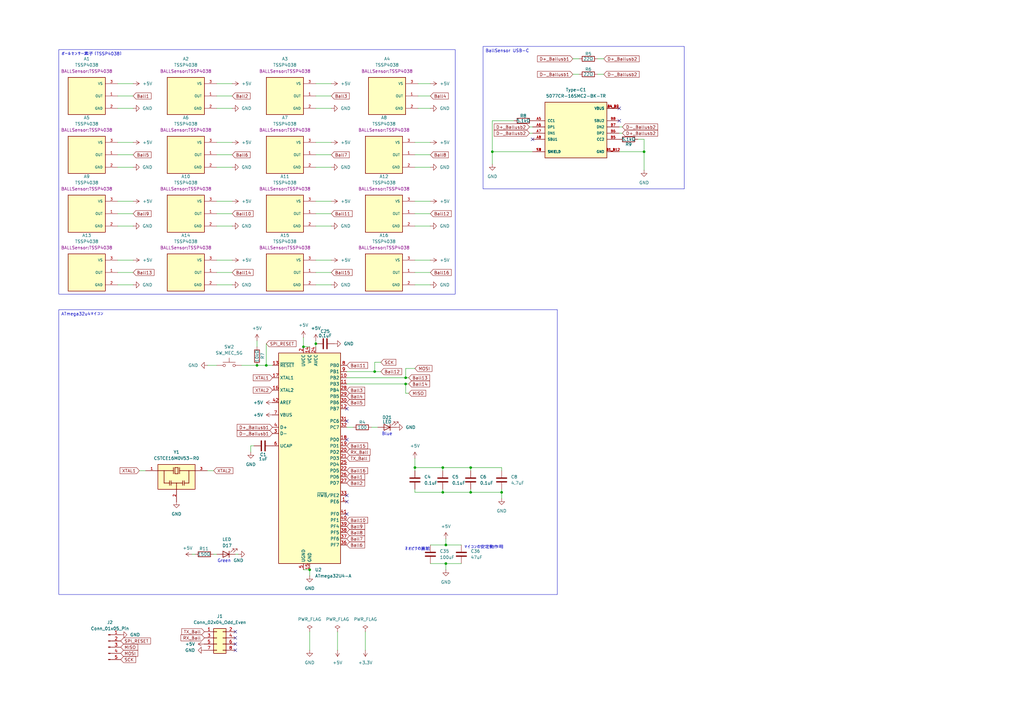
<source format=kicad_sch>
(kicad_sch (version 20250114) (generator "eeschema") (generator_version "9.0")
  (paper "A3")
  (text "Green" (at 91.948 230.124 0) (effects (font (size 1.27 1.27))))
  (text "ネオピクの直前" (at 171.196 225.298 0) (effects (font (size 1.27 1.27))))
  (text "Blue" (at 158.75 178.054 0) (effects (font (size 1.27 1.27))))
  (text "マイコンの安定動作用" (at 198.374 224.536 0) (effects (font (size 1.27 1.27))))
  (text_box "ATmega32u4マイコン" (at 24.13 127 0) (size 204.47 116.84) (margins 0.9525 0.9525 0.9525 0.9525) (effects (font (size 1.27 1.27)) (justify left top)))
  (text_box "BallSensor USB-C" (at 198.12 19.05 0) (size 82.55 58.42) (margins 0.9525 0.9525 0.9525 0.9525) (effects (font (size 1.27 1.27)) (justify left top)))
  (text_box "ボールセンサー素子（TSSP4038）" (at 24.13 20.32 0) (size 162.56 100.33) (margins 0.9525 0.9525 0.9525 0.9525) (effects (font (size 1.27 1.27)) (justify left top)))
  (junction (at 201.93 62.23))
  (junction (at 166.37 154.94))
  (junction (at 127 233.68))
  (junction (at 193.04 201.93))
  (junction (at 166.37 157.48))
  (junction (at 181.61 191.77))
  (junction (at 129.54 140.97))
  (junction (at 181.61 201.93))
  (junction (at 193.04 191.77))
  (junction (at 109.22 149.86))
  (junction (at 205.74 201.93))
  (junction (at 182.88 223.52))
  (junction (at 153.67 152.4))
  (junction (at 124.46 142.24))
  (junction (at 264.16 62.23))
  (junction (at 170.18 191.77))
  (junction (at 105.41 149.86))
  (junction (at 182.88 231.14))
  (no_connect (at 96.52 259.08))
  (no_connect (at 96.52 266.7))
  (no_connect (at 142.24 210.82))
  (no_connect (at 96.52 264.16))
  (no_connect (at 254 49.53))
  (no_connect (at 142.24 167.64))
  (no_connect (at 218.44 57.15))
  (no_connect (at 96.52 261.62))
  (no_connect (at 142.24 203.2))
  (no_connect (at 142.24 205.74))
  (no_connect (at 142.24 172.72))
  (no_connect (at 142.24 180.34))
  (no_connect (at 254 44.45))
  (wire (pts (xy 129.54 58.42) (xy 135.89 58.42)))
  (wire (pts (xy 48.26 58.42) (xy 54.61 58.42)))
  (wire (pts (xy 170.18 191.77) (xy 170.18 193.04)))
  (wire (pts (xy 48.26 68.58) (xy 54.61 68.58)))
  (wire (pts (xy 167.64 157.48) (xy 166.37 157.48)))
  (wire (pts (xy 129.54 39.37) (xy 135.89 39.37)))
  (wire (pts (xy 170.18 201.93) (xy 170.18 200.66)))
  (wire (pts (xy 129.54 34.29) (xy 135.89 34.29)))
  (wire (pts (xy 170.18 58.42) (xy 176.53 58.42)))
  (wire (pts (xy 264.16 57.15) (xy 264.16 62.23)))
  (wire (pts (xy 193.04 201.93) (xy 205.74 201.93)))
  (wire (pts (xy 153.67 152.4) (xy 156.21 152.4)))
  (wire (pts (xy 166.37 151.13) (xy 166.37 154.94)))
  (wire (pts (xy 171.45 34.29) (xy 176.53 34.29)))
  (wire (pts (xy 138.43 259.08) (xy 138.43 266.7)))
  (wire (pts (xy 201.93 62.23) (xy 201.93 67.31)))
  (wire (pts (xy 261.62 57.15) (xy 264.16 57.15)))
  (wire (pts (xy 88.9 149.86) (xy 85.09 149.86)))
  (wire (pts (xy 129.54 111.76) (xy 135.89 111.76)))
  (wire (pts (xy 170.18 87.63) (xy 176.53 87.63)))
  (wire (pts (xy 255.27 54.61) (xy 254 54.61)))
  (wire (pts (xy 170.18 82.55) (xy 176.53 82.55)))
  (wire (pts (xy 170.18 92.71) (xy 176.53 92.71)))
  (wire (pts (xy 105.41 149.86) (xy 109.22 149.86)))
  (wire (pts (xy 48.26 87.63) (xy 54.61 87.63)))
  (wire (pts (xy 170.18 106.68) (xy 176.53 106.68)))
  (wire (pts (xy 182.88 231.14) (xy 189.23 231.14)))
  (wire (pts (xy 149.86 259.08) (xy 149.86 266.7)))
  (wire (pts (xy 88.9 111.76) (xy 95.25 111.76)))
  (wire (pts (xy 142.24 175.26) (xy 144.78 175.26)))
  (wire (pts (xy 129.54 92.71) (xy 135.89 92.71)))
  (wire (pts (xy 48.26 111.76) (xy 54.61 111.76)))
  (wire (pts (xy 170.18 68.58) (xy 176.53 68.58)))
  (wire (pts (xy 171.45 39.37) (xy 176.53 39.37)))
  (wire (pts (xy 205.74 204.47) (xy 205.74 201.93)))
  (wire (pts (xy 167.64 154.94) (xy 166.37 154.94)))
  (wire (pts (xy 182.88 220.98) (xy 182.88 223.52)))
  (wire (pts (xy 88.9 106.68) (xy 95.25 106.68)))
  (wire (pts (xy 88.9 116.84) (xy 95.25 116.84)))
  (wire (pts (xy 129.54 44.45) (xy 135.89 44.45)))
  (wire (pts (xy 48.26 116.84) (xy 54.61 116.84)))
  (wire (pts (xy 99.06 149.86) (xy 105.41 149.86)))
  (wire (pts (xy 88.9 82.55) (xy 95.25 82.55)))
  (wire (pts (xy 205.74 201.93) (xy 205.74 200.66)))
  (wire (pts (xy 181.61 201.93) (xy 181.61 200.66)))
  (wire (pts (xy 193.04 191.77) (xy 205.74 191.77)))
  (wire (pts (xy 48.26 106.68) (xy 54.61 106.68)))
  (wire (pts (xy 193.04 201.93) (xy 193.04 200.66)))
  (wire (pts (xy 152.4 175.26) (xy 154.94 175.26)))
  (wire (pts (xy 129.54 116.84) (xy 135.89 116.84)))
  (wire (pts (xy 176.53 223.52) (xy 182.88 223.52)))
  (wire (pts (xy 234.95 24.13) (xy 237.49 24.13)))
  (wire (pts (xy 88.9 68.58) (xy 95.25 68.58)))
  (wire (pts (xy 88.9 34.29) (xy 95.25 34.29)))
  (wire (pts (xy 170.18 111.76) (xy 176.53 111.76)))
  (wire (pts (xy 245.11 30.48) (xy 247.65 30.48)))
  (wire (pts (xy 48.26 34.29) (xy 54.61 34.29)))
  (wire (pts (xy 88.9 63.5) (xy 95.25 63.5)))
  (wire (pts (xy 48.26 92.71) (xy 54.61 92.71)))
  (wire (pts (xy 182.88 223.52) (xy 189.23 223.52)))
  (wire (pts (xy 234.95 30.48) (xy 237.49 30.48)))
  (wire (pts (xy 129.54 140.97) (xy 129.54 142.24)))
  (wire (pts (xy 87.63 193.04) (xy 85.09 193.04)))
  (wire (pts (xy 129.54 63.5) (xy 135.89 63.5)))
  (wire (pts (xy 109.22 149.86) (xy 111.76 149.86)))
  (wire (pts (xy 264.16 62.23) (xy 264.16 69.85)))
  (wire (pts (xy 78.74 227.33) (xy 80.01 227.33)))
  (wire (pts (xy 247.65 24.13) (xy 245.11 24.13)))
  (wire (pts (xy 181.61 201.93) (xy 193.04 201.93)))
  (wire (pts (xy 124.46 233.68) (xy 127 233.68)))
  (wire (pts (xy 181.61 191.77) (xy 193.04 191.77)))
  (wire (pts (xy 105.41 139.7) (xy 105.41 142.24)))
  (wire (pts (xy 167.64 161.29) (xy 166.37 161.29)))
  (wire (pts (xy 88.9 87.63) (xy 95.25 87.63)))
  (wire (pts (xy 153.67 148.59) (xy 153.67 152.4)))
  (wire (pts (xy 124.46 138.43) (xy 124.46 142.24)))
  (wire (pts (xy 193.04 191.77) (xy 193.04 193.04)))
  (wire (pts (xy 102.87 182.88) (xy 104.14 182.88)))
  (wire (pts (xy 217.17 52.07) (xy 218.44 52.07)))
  (wire (pts (xy 176.53 231.14) (xy 182.88 231.14)))
  (wire (pts (xy 88.9 44.45) (xy 95.25 44.45)))
  (wire (pts (xy 127 259.08) (xy 127 266.7)))
  (wire (pts (xy 129.54 139.7) (xy 129.54 140.97)))
  (wire (pts (xy 170.18 201.93) (xy 181.61 201.93)))
  (wire (pts (xy 88.9 58.42) (xy 95.25 58.42)))
  (wire (pts (xy 87.63 227.33) (xy 88.9 227.33)))
  (wire (pts (xy 166.37 157.48) (xy 142.24 157.48)))
  (wire (pts (xy 129.54 106.68) (xy 135.89 106.68)))
  (wire (pts (xy 217.17 54.61) (xy 218.44 54.61)))
  (wire (pts (xy 129.54 82.55) (xy 135.89 82.55)))
  (wire (pts (xy 166.37 154.94) (xy 142.24 154.94)))
  (wire (pts (xy 48.26 39.37) (xy 54.61 39.37)))
  (wire (pts (xy 205.74 191.77) (xy 205.74 193.04)))
  (wire (pts (xy 88.9 39.37) (xy 95.25 39.37)))
  (wire (pts (xy 171.45 44.45) (xy 176.53 44.45)))
  (wire (pts (xy 109.22 140.97) (xy 109.22 149.86)))
  (wire (pts (xy 170.18 151.13) (xy 166.37 151.13)))
  (wire (pts (xy 48.26 63.5) (xy 54.61 63.5)))
  (wire (pts (xy 156.21 148.59) (xy 153.67 148.59)))
  (wire (pts (xy 182.88 231.14) (xy 182.88 233.68)))
  (wire (pts (xy 88.9 92.71) (xy 95.25 92.71)))
  (wire (pts (xy 48.26 82.55) (xy 54.61 82.55)))
  (wire (pts (xy 129.54 68.58) (xy 135.89 68.58)))
  (wire (pts (xy 142.24 152.4) (xy 153.67 152.4)))
  (wire (pts (xy 102.87 182.88) (xy 102.87 185.42)))
  (wire (pts (xy 170.18 191.77) (xy 181.61 191.77)))
  (wire (pts (xy 254 52.07) (xy 255.27 52.07)))
  (wire (pts (xy 254 62.23) (xy 264.16 62.23)))
  (wire (pts (xy 166.37 161.29) (xy 166.37 157.48)))
  (wire (pts (xy 181.61 191.77) (xy 181.61 193.04)))
  (wire (pts (xy 201.93 49.53) (xy 210.82 49.53)))
  (wire (pts (xy 201.93 62.23) (xy 218.44 62.23)))
  (wire (pts (xy 57.15 193.04) (xy 59.69 193.04)))
  (wire (pts (xy 170.18 116.84) (xy 176.53 116.84)))
  (wire (pts (xy 48.26 44.45) (xy 54.61 44.45)))
  (wire (pts (xy 96.52 227.33) (xy 97.79 227.33)))
  (wire (pts (xy 129.54 87.63) (xy 135.89 87.63)))
  (wire (pts (xy 124.46 142.24) (xy 127 142.24)))
  (wire (pts (xy 201.93 49.53) (xy 201.93 62.23)))
  (wire (pts (xy 127 233.68) (xy 127 236.22)))
  (wire (pts (xy 170.18 63.5) (xy 176.53 63.5)))
  (wire (pts (xy 170.18 187.96) (xy 170.18 191.77)))
  (global_label "Ball13" (shape input) (at 167.64 154.94 0) (property "Intersheetrefs" "${INTERSHEET_REFS}" (effects (hide yes))))
  (global_label "Ball11" (shape input) (at 135.89 87.63 0) (property "Intersheetrefs" "${INTERSHEET_REFS}" (effects (hide yes))))
  (global_label "Ball6" (shape input) (at 142.24 223.52 0) (property "Intersheetrefs" "${INTERSHEET_REFS}" (effects (hide yes))))
  (global_label "D-_Ballusb2" (shape input) (at 255.27 52.07 0) (property "Intersheetrefs" "${INTERSHEET_REFS}" (effects (hide yes))))
  (global_label "MISO" (shape input) (at 167.64 161.29 0) (property "Intersheetrefs" "${INTERSHEET_REFS}" (effects (hide yes))))
  (global_label "Ball1" (shape input) (at 54.61 39.37 0) (property "Intersheetrefs" "${INTERSHEET_REFS}" (effects (hide yes))))
  (global_label "D-_Ballusb1" (shape input) (at 111.76 177.8 180) (property "Intersheetrefs" "${INTERSHEET_REFS}" (effects (hide yes))))
  (global_label "Ball15" (shape input) (at 142.24 182.88 0) (property "Intersheetrefs" "${INTERSHEET_REFS}" (effects (hide yes))))
  (global_label "Ball12" (shape input) (at 176.53 87.63 0) (property "Intersheetrefs" "${INTERSHEET_REFS}" (effects (hide yes))))
  (global_label "XTAL1" (shape input) (at 57.15 193.04 180) (property "Intersheetrefs" "${INTERSHEET_REFS}" (effects (hide yes))))
  (global_label "Ball6" (shape input) (at 95.25 63.5 0) (property "Intersheetrefs" "${INTERSHEET_REFS}" (effects (hide yes))))
  (global_label "Ball10" (shape input) (at 142.24 213.36 0) (property "Intersheetrefs" "${INTERSHEET_REFS}" (effects (hide yes))))
  (global_label "Ball9" (shape input) (at 54.61 87.63 0) (property "Intersheetrefs" "${INTERSHEET_REFS}" (effects (hide yes))))
  (global_label "Ball11" (shape input) (at 142.24 149.86 0) (property "Intersheetrefs" "${INTERSHEET_REFS}" (effects (hide yes))))
  (global_label "D-_Ballusb1" (shape input) (at 234.95 30.48 180) (property "Intersheetrefs" "${INTERSHEET_REFS}" (effects (hide yes))))
  (global_label "Ball12" (shape input) (at 156.21 152.4 0) (property "Intersheetrefs" "${INTERSHEET_REFS}" (effects (hide yes))))
  (global_label "SCK" (shape input) (at 49.53 270.51 0) (property "Intersheetrefs" "${INTERSHEET_REFS}" (effects (hide yes))))
  (global_label "Ball14" (shape input) (at 95.25 111.76 0) (property "Intersheetrefs" "${INTERSHEET_REFS}" (effects (hide yes))))
  (global_label "RX_Ball" (shape input) (at 142.24 185.42 0) (property "Intersheetrefs" "${INTERSHEET_REFS}" (effects (hide yes))))
  (global_label "Ball16" (shape input) (at 142.24 193.04 0) (property "Intersheetrefs" "${INTERSHEET_REFS}" (effects (hide yes))))
  (global_label "Ball10" (shape input) (at 95.25 87.63 0) (property "Intersheetrefs" "${INTERSHEET_REFS}" (effects (hide yes))))
  (global_label "Ball16" (shape input) (at 176.53 111.76 0) (property "Intersheetrefs" "${INTERSHEET_REFS}" (effects (hide yes))))
  (global_label "Ball8" (shape input) (at 142.24 218.44 0) (property "Intersheetrefs" "${INTERSHEET_REFS}" (effects (hide yes))))
  (global_label "MOSI" (shape input) (at 170.18 151.13 0) (property "Intersheetrefs" "${INTERSHEET_REFS}" (effects (hide yes))))
  (global_label "MOSI" (shape input) (at 49.53 267.97 0) (property "Intersheetrefs" "${INTERSHEET_REFS}" (effects (hide yes))))
  (global_label "Ball7" (shape input) (at 142.24 220.98 0) (property "Intersheetrefs" "${INTERSHEET_REFS}" (effects (hide yes))))
  (global_label "D-_Ballusb2" (shape input) (at 247.65 30.48 0) (property "Intersheetrefs" "${INTERSHEET_REFS}" (effects (hide yes))))
  (global_label "Ball8" (shape input) (at 176.53 63.5 0) (property "Intersheetrefs" "${INTERSHEET_REFS}" (effects (hide yes))))
  (global_label "Ball2" (shape input) (at 142.24 198.12 0) (property "Intersheetrefs" "${INTERSHEET_REFS}" (effects (hide yes))))
  (global_label "TX_Ball" (shape input) (at 142.24 187.96 0) (property "Intersheetrefs" "${INTERSHEET_REFS}" (effects (hide yes))))
  (global_label "Ball7" (shape input) (at 135.89 63.5 0) (property "Intersheetrefs" "${INTERSHEET_REFS}" (effects (hide yes))))
  (global_label "Ball14" (shape input) (at 167.64 157.48 0) (property "Intersheetrefs" "${INTERSHEET_REFS}" (effects (hide yes))))
  (global_label "Ball2" (shape input) (at 95.25 39.37 0) (property "Intersheetrefs" "${INTERSHEET_REFS}" (effects (hide yes))))
  (global_label "SPI_RESET" (shape input) (at 109.22 140.97 0) (property "Intersheetrefs" "${INTERSHEET_REFS}" (effects (hide yes))))
  (global_label "XTAL2" (shape input) (at 111.76 160.02 180) (property "Intersheetrefs" "${INTERSHEET_REFS}" (effects (hide yes))))
  (global_label "D+_Ballusb2" (shape input) (at 247.65 24.13 0) (property "Intersheetrefs" "${INTERSHEET_REFS}" (effects (hide yes))))
  (global_label "SCK" (shape input) (at 156.21 148.59 0) (property "Intersheetrefs" "${INTERSHEET_REFS}" (effects (hide yes))))
  (global_label "Ball5" (shape input) (at 142.24 165.1 0) (property "Intersheetrefs" "${INTERSHEET_REFS}" (effects (hide yes))))
  (global_label "Ball13" (shape input) (at 54.61 111.76 0) (property "Intersheetrefs" "${INTERSHEET_REFS}" (effects (hide yes))))
  (global_label "D+_Ballusb1" (shape input) (at 234.95 24.13 180) (property "Intersheetrefs" "${INTERSHEET_REFS}" (effects (hide yes))))
  (global_label "D+_Ballusb2" (shape input) (at 255.27 54.61 0) (property "Intersheetrefs" "${INTERSHEET_REFS}" (effects (hide yes))))
  (global_label "Ball3" (shape input) (at 142.24 160.02 0) (property "Intersheetrefs" "${INTERSHEET_REFS}" (effects (hide yes))))
  (global_label "D+_Ballusb1" (shape input) (at 111.76 175.26 180) (property "Intersheetrefs" "${INTERSHEET_REFS}" (effects (hide yes))))
  (global_label "SPI_RESET" (shape input) (at 49.53 262.89 0) (property "Intersheetrefs" "${INTERSHEET_REFS}" (effects (hide yes))))
  (global_label "XTAL1" (shape input) (at 111.76 154.94 180) (property "Intersheetrefs" "${INTERSHEET_REFS}" (effects (hide yes))))
  (global_label "MISO" (shape input) (at 49.53 265.43 0) (property "Intersheetrefs" "${INTERSHEET_REFS}" (effects (hide yes))))
  (global_label "Ball9" (shape input) (at 142.24 215.9 0) (property "Intersheetrefs" "${INTERSHEET_REFS}" (effects (hide yes))))
  (global_label "Ball15" (shape input) (at 135.89 111.76 0) (property "Intersheetrefs" "${INTERSHEET_REFS}" (effects (hide yes))))
  (global_label "Ball4" (shape input) (at 142.24 162.56 0) (property "Intersheetrefs" "${INTERSHEET_REFS}" (effects (hide yes))))
  (global_label "Ball5" (shape input) (at 54.61 63.5 0) (property "Intersheetrefs" "${INTERSHEET_REFS}" (effects (hide yes))))
  (global_label "Ball1" (shape input) (at 142.24 195.58 0) (property "Intersheetrefs" "${INTERSHEET_REFS}" (effects (hide yes))))
  (global_label "D+_Ballusb2" (shape input) (at 217.17 52.07 180) (property "Intersheetrefs" "${INTERSHEET_REFS}" (effects (hide yes))))
  (global_label "Ball4" (shape input) (at 176.53 39.37 0) (property "Intersheetrefs" "${INTERSHEET_REFS}" (effects (hide yes))))
  (global_label "TX_Ball" (shape input) (at 83.82 259.08 180) (property "Intersheetrefs" "${INTERSHEET_REFS}" (effects (hide yes))))
  (global_label "Ball3" (shape input) (at 135.89 39.37 0) (property "Intersheetrefs" "${INTERSHEET_REFS}" (effects (hide yes))))
  (global_label "RX_Ball" (shape input) (at 83.82 261.62 180) (property "Intersheetrefs" "${INTERSHEET_REFS}" (effects (hide yes))))
  (global_label "D-_Ballusb2" (shape input) (at 217.17 54.61 180) (property "Intersheetrefs" "${INTERSHEET_REFS}" (effects (hide yes))))
  (global_label "XTAL2" (shape input) (at 87.63 193.04 0) (property "Intersheetrefs" "${INTERSHEET_REFS}" (effects (hide yes))))
  (symbol (lib_id "Switch:SW_MEC_5G") (at 93.98 149.86 0) (unit 1)
    (property "Reference" "SW2" (at 93.98 142.24 0))
    (property "Value" "SW_MEC_5G" (at 93.98 144.78 0))
    (property "Footprint" "Button:Reset switch" (effects (hide yes)))
    (property "Datasheet" "http://www.apem.com/int/index.php?controller=attachment&id_attachment=488" (effects (hide yes)))
    (property "Description" "MEC 5G single pole normally-open tactile switch" (effects (hide yes)))
  )
  (symbol (lib_id "power:GND") (at 176.53 44.45 90) (unit 1)
    (property "Reference" "#PWR08" (effects (hide yes)))
    (property "Value" "GND" (at 180.34 44.4499 90) (effects (justify right)))
    (property "Description" "Power symbol creates a global label with name \"GND\" , ground" (effects (hide yes)))
  )
  (symbol (lib_id "power:+5V") (at 111.76 170.18 90) (unit 1)
    (property "Reference" "#PWR090" (effects (hide yes)))
    (property "Value" "+5V" (at 107.95 170.1799 90) (effects (justify left)))
    (property "Description" "Power symbol creates a global label with name \"+5V\"" (effects (hide yes)))
  )
  (symbol (lib_id "power:+5V") (at 176.53 34.29 270) (unit 1)
    (property "Reference" "#PWR07" (effects (hide yes)))
    (property "Value" "+5V" (at 180.34 34.2899 90) (effects (justify left)))
    (property "Description" "Power symbol creates a global label with name \"+5V\"" (effects (hide yes)))
  )
  (symbol (lib_id "power:GND") (at 95.25 116.84 90) (unit 1)
    (property "Reference" "#PWR024" (effects (hide yes)))
    (property "Value" "GND" (at 99.06 116.8399 90) (effects (justify right)))
    (property "Description" "Power symbol creates a global label with name \"GND\" , ground" (effects (hide yes)))
  )
  (symbol (lib_name "TSSP4038_1") (lib_id "BALLSensor:TSSP4038") (at 116.84 111.76 0) (unit 1)
    (property "Reference" "A15" (at 116.84 96.52 0))
    (property "Value" "TSSP4038" (at 116.84 99.06 0))
    (property "Footprint" "BALLSensor:TSSP4038" (at 116.84 101.6 0))
    (property "PARTREV" "2.3" (effects (hide yes)))
    (property "STANDARD" "IPC 7351B" (effects (hide yes)))
    (property "MAXIMUM_PACKAGE_HEIGHT" "10.25 mm" (effects (hide yes)))
    (property "MANUFACTURER" "Vishay" (effects (hide yes)))
  )
  (symbol (lib_id "power:+5V") (at 54.61 106.68 270) (unit 1)
    (property "Reference" "#PWR019" (effects (hide yes)))
    (property "Value" "+5V" (at 58.42 106.6799 90) (effects (justify left)))
    (property "Description" "Power symbol creates a global label with name \"+5V\"" (effects (hide yes)))
  )
  (symbol (lib_id "power:GND") (at 176.53 68.58 90) (unit 1)
    (property "Reference" "#PWR016" (effects (hide yes)))
    (property "Value" "GND" (at 180.34 68.5799 90) (effects (justify right)))
    (property "Description" "Power symbol creates a global label with name \"GND\" , ground" (effects (hide yes)))
  )
  (symbol (lib_id "power:+5V") (at 78.74 227.33 90) (unit 1)
    (property "Reference" "#PWR055" (effects (hide yes)))
    (property "Value" "+5V" (at 76.962 224.79 90))
    (property "Description" "Power symbol creates a global label with name \"+5V\"" (effects (hide yes)))
  )
  (symbol (lib_id "power:+5V") (at 176.53 58.42 270) (unit 1)
    (property "Reference" "#PWR015" (effects (hide yes)))
    (property "Value" "+5V" (at 180.34 58.4199 90) (effects (justify left)))
    (property "Description" "Power symbol creates a global label with name \"+5V\"" (effects (hide yes)))
  )
  (symbol (lib_id "power:GND") (at 72.39 205.74 0) (unit 1)
    (property "Reference" "#PWR041" (effects (hide yes)))
    (property "Value" "GND" (at 72.39 210.82 0))
    (property "Description" "Power symbol creates a global label with name \"GND\" , ground" (effects (hide yes)))
  )
  (symbol (lib_id "Connector_Generic:Conn_02x04_Odd_Even") (at 88.9 261.62 0) (unit 1)
    (property "Reference" "J1" (at 90.17 252.73 0))
    (property "Value" "Conn_02x04_Odd_Even" (at 90.17 255.27 0))
    (property "Footprint" "Connector_PinHeader_2.54mm:PinHeader_2x04_P2.54mm_Vertical" (effects (hide yes)))
    (property "Description" "Generic connector, double row, 02x04, odd/even pin numbering scheme (row 1 odd numbers, row 2 even numbers), script generated (kicad-library-utils/schlib/autogen/connector/)" (effects (hide yes)))
  )
  (symbol (lib_id "power:GND") (at 135.89 44.45 90) (unit 1)
    (property "Reference" "#PWR06" (effects (hide yes)))
    (property "Value" "GND" (at 139.7 44.4499 90) (effects (justify right)))
    (property "Description" "Power symbol creates a global label with name \"GND\" , ground" (effects (hide yes)))
  )
  (symbol (lib_id "Type-C:5077CR-16SMC2-BK-TR") (at 236.22 52.07 0) (unit 1)
    (property "Reference" "Type-C1" (at 236.22 36.83 0))
    (property "Value" "5077CR-16SMC2-BK-TR" (at 236.22 39.37 0))
    (property "Footprint" "Type-C:NELTRON_5077CR-16SMC2-BK-TR" (effects (hide yes)))
    (property "MF" "Neltron" (effects (hide yes)))
    (property "MAXIMUM_PACKAGE_HEIGHT" "3.26mm" (effects (hide yes)))
    (property "Package" "Package" (effects (hide yes)))
    (property "Price" "None" (effects (hide yes)))
    (property "Check_prices" "https://www.snapeda.com/parts/5077CR-16SMC2-BK-TR/Neltron/view-part/?ref=eda" (effects (hide yes)))
    (property "STANDARD" "Manufacturer Recommendations" (effects (hide yes)))
    (property "PARTREV" "B" (effects (hide yes)))
    (property "SnapEDA_Link" "https://www.snapeda.com/parts/5077CR-16SMC2-BK-TR/Neltron/view-part/?ref=snap" (effects (hide yes)))
    (property "MP" "5077CR-16SMC2-BK-TR" (effects (hide yes)))
    (property "Description_1" "\n                        \n                            USB 3.1 C Type Female with Peg\n                        \n" (effects (hide yes)))
    (property "MANUFACTURER" "Neltron" (effects (hide yes)))
    (property "Availability" "Not in stock" (effects (hide yes)))
    (property "SNAPEDA_PN" "5077CR-16SMC2-BK-TR" (effects (hide yes)))
  )
  (symbol (lib_id "power:PWR_FLAG") (at 138.43 259.08 0) (unit 1)
    (property "Reference" "#FLG02" (effects (hide yes)))
    (property "Value" "PWR_FLAG" (at 138.43 254 0))
    (property "Description" "Special symbol for telling ERC where power comes from" (effects (hide yes)))
  )
  (symbol (lib_id "power:GND") (at 205.74 204.47 0) (unit 1)
    (property "Reference" "#PWR043" (effects (hide yes)))
    (property "Value" "GND" (at 205.74 209.55 0))
    (property "Description" "Power symbol creates a global label with name \"GND\" , ground" (effects (hide yes)))
  )
  (symbol (lib_id "MCU_Microchip_ATmega:ATmega32U4-A") (at 127 187.96 0) (unit 1)
    (property "Reference" "U2" (at 129.1941 233.68 0) (effects (justify left)))
    (property "Value" "ATmega32U4-A" (at 129.1941 236.22 0) (effects (justify left)))
    (property "Footprint" "Package_QFP:TQFP-44_10x10mm_P0.8mm" (effects (hide yes)))
    (property "Datasheet" "http://ww1.microchip.com/downloads/en/DeviceDoc/Atmel-7766-8-bit-AVR-ATmega16U4-32U4_Datasheet.pdf" (effects (hide yes)))
    (property "Description" "16MHz, 32kB Flash, 2.5kB SRAM, 1kB EEPROM, USB 2.0, TQFP-44" (effects (hide yes)))
  )
  (symbol (lib_id "power:+5V") (at 135.89 82.55 270) (unit 1)
    (property "Reference" "#PWR025" (effects (hide yes)))
    (property "Value" "+5V" (at 139.7 82.5499 90) (effects (justify left)))
    (property "Description" "Power symbol creates a global label with name \"+5V\"" (effects (hide yes)))
  )
  (symbol (lib_id "power:+5V") (at 105.41 139.7 0) (unit 1)
    (property "Reference" "#PWR040" (effects (hide yes)))
    (property "Value" "+5V" (at 105.41 134.62 0))
    (property "Description" "Power symbol creates a global label with name \"+5V\"" (effects (hide yes)))
  )
  (symbol (lib_id "power:+3.3V") (at 149.86 266.7 180) (unit 1)
    (property "Reference" "#PWR048" (effects (hide yes)))
    (property "Value" "+3.3V" (at 149.86 271.78 0))
    (property "Description" "Power symbol creates a global label with name \"+3.3V\"" (effects (hide yes)))
  )
  (symbol (lib_id "power:+5V") (at 124.46 138.43 0) (unit 1)
    (property "Reference" "#PWR039" (effects (hide yes)))
    (property "Value" "+5V" (at 124.46 133.35 0))
    (property "Description" "Power symbol creates a global label with name \"+5V\"" (effects (hide yes)))
  )
  (symbol (lib_id "power:+5V") (at 83.82 264.16 90) (unit 1)
    (property "Reference" "#PWR035" (effects (hide yes)))
    (property "Value" "+5V" (at 80.01 264.1599 90) (effects (justify left)))
    (property "Description" "Power symbol creates a global label with name \"+5V\"" (effects (hide yes)))
  )
  (symbol (lib_id "power:GND") (at 182.88 233.68 0) (unit 1)
    (property "Reference" "#PWR0146" (effects (hide yes)))
    (property "Value" "GND" (at 182.88 238.76 0))
    (property "Description" "Power symbol creates a global label with name \"GND\" , ground" (effects (hide yes)))
  )
  (symbol (lib_id "power:GND") (at 83.82 266.7 270) (unit 1)
    (property "Reference" "#PWR036" (effects (hide yes)))
    (property "Value" "GND" (at 80.01 266.6999 90) (effects (justify right)))
    (property "Description" "Power symbol creates a global label with name \"GND\" , ground" (effects (hide yes)))
  )
  (symbol (lib_name "TSSP4038_1") (lib_id "BALLSensor:TSSP4038") (at 157.48 111.76 0) (unit 1)
    (property "Reference" "A16" (at 157.48 96.52 0))
    (property "Value" "TSSP4038" (at 157.48 99.06 0))
    (property "Footprint" "BALLSensor:TSSP4038" (at 157.48 101.6 0))
    (property "PARTREV" "2.3" (effects (hide yes)))
    (property "STANDARD" "IPC 7351B" (effects (hide yes)))
    (property "MAXIMUM_PACKAGE_HEIGHT" "10.25 mm" (effects (hide yes)))
    (property "MANUFACTURER" "Vishay" (effects (hide yes)))
  )
  (symbol (lib_id "power:PWR_FLAG") (at 149.86 259.08 0) (unit 1)
    (property "Reference" "#FLG03" (effects (hide yes)))
    (property "Value" "PWR_FLAG" (at 149.86 254 0))
    (property "Description" "Special symbol for telling ERC where power comes from" (effects (hide yes)))
  )
  (symbol (lib_name "TSSP4038_1") (lib_id "BALLSensor:TSSP4038") (at 116.84 87.63 0) (unit 1)
    (property "Reference" "A11" (at 116.84 72.39 0))
    (property "Value" "TSSP4038" (at 116.84 74.93 0))
    (property "Footprint" "BALLSensor:TSSP4038" (at 116.84 77.47 0))
    (property "PARTREV" "2.3" (effects (hide yes)))
    (property "STANDARD" "IPC 7351B" (effects (hide yes)))
    (property "MAXIMUM_PACKAGE_HEIGHT" "10.25 mm" (effects (hide yes)))
    (property "MANUFACTURER" "Vishay" (effects (hide yes)))
  )
  (symbol (lib_id "Device:C") (at 170.18 196.85 180) (unit 1)
    (property "Reference" "C4" (at 173.99 195.5799 0) (effects (justify right)))
    (property "Value" "0.1uF" (at 173.99 198.1199 0) (effects (justify right)))
    (property "Footprint" "Capacitor_SMD:C_0603_1608Metric" (effects (hide yes)))
    (property "Description" "Unpolarized capacitor" (effects (hide yes)))
  )
  (symbol (lib_id "power:GND") (at 162.56 175.26 90) (unit 1)
    (property "Reference" "#PWR0142" (effects (hide yes)))
    (property "Value" "GND" (at 166.37 175.2599 90) (effects (justify right)))
    (property "Description" "Power symbol creates a global label with name \"GND\" , ground" (effects (hide yes)))
  )
  (symbol (lib_id "power:+5V") (at 170.18 187.96 0) (unit 1)
    (property "Reference" "#PWR042" (effects (hide yes)))
    (property "Value" "+5V" (at 170.18 182.88 0))
    (property "Description" "Power symbol creates a global label with name \"+5V\"" (effects (hide yes)))
  )
  (symbol (lib_id "power:GND") (at 95.25 68.58 90) (unit 1)
    (property "Reference" "#PWR012" (effects (hide yes)))
    (property "Value" "GND" (at 99.06 68.5799 90) (effects (justify right)))
    (property "Description" "Power symbol creates a global label with name \"GND\" , ground" (effects (hide yes)))
  )
  (symbol (lib_id "power:GND") (at 85.09 149.86 270) (unit 1)
    (property "Reference" "#PWR054" (effects (hide yes)))
    (property "Value" "GND" (at 81.28 149.8601 90) (effects (justify right)))
    (property "Description" "Power symbol creates a global label with name \"GND\" , ground" (effects (hide yes)))
  )
  (symbol (lib_id "power:GND") (at 127 266.7 0) (unit 1)
    (property "Reference" "#PWR034" (effects (hide yes)))
    (property "Value" "GND" (at 127 271.78 0))
    (property "Description" "Power symbol creates a global label with name \"GND\" , ground" (effects (hide yes)))
  )
  (symbol (lib_id "power:GND") (at 95.25 44.45 90) (unit 1)
    (property "Reference" "#PWR04" (effects (hide yes)))
    (property "Value" "GND" (at 99.06 44.4499 90) (effects (justify right)))
    (property "Description" "Power symbol creates a global label with name \"GND\" , ground" (effects (hide yes)))
  )
  (symbol (lib_id "power:+5V") (at 95.25 58.42 270) (unit 1)
    (property "Reference" "#PWR011" (effects (hide yes)))
    (property "Value" "+5V" (at 99.06 58.4199 90) (effects (justify left)))
    (property "Description" "Power symbol creates a global label with name \"+5V\"" (effects (hide yes)))
  )
  (symbol (lib_name "TSSP4038_1") (lib_id "BALLSensor:TSSP4038") (at 157.48 63.5 0) (unit 1)
    (property "Reference" "A8" (at 157.48 48.26 0))
    (property "Value" "TSSP4038" (at 157.48 50.8 0))
    (property "Footprint" "BALLSensor:TSSP4038" (at 157.48 53.34 0))
    (property "PARTREV" "2.3" (effects (hide yes)))
    (property "STANDARD" "IPC 7351B" (effects (hide yes)))
    (property "MAXIMUM_PACKAGE_HEIGHT" "10.25 mm" (effects (hide yes)))
    (property "MANUFACTURER" "Vishay" (effects (hide yes)))
  )
  (symbol (lib_id "Device:R") (at 241.3 24.13 90) (unit 1)
    (property "Reference" "R5" (at 241.3 22.098 90))
    (property "Value" "22Ω" (at 241.3 24.13 90))
    (property "Footprint" "Resistor_SMD:R_0603_1608Metric" (effects (hide yes)))
    (property "Description" "Resistor" (effects (hide yes)))
  )
  (symbol (lib_name "TSSP4038_1") (lib_id "BALLSensor:TSSP4038") (at 35.56 87.63 0) (unit 1)
    (property "Reference" "A9" (at 35.56 72.39 0))
    (property "Value" "TSSP4038" (at 35.56 74.93 0))
    (property "Footprint" "BALLSensor:TSSP4038" (at 35.56 77.47 0))
    (property "PARTREV" "2.3" (effects (hide yes)))
    (property "STANDARD" "IPC 7351B" (effects (hide yes)))
    (property "MAXIMUM_PACKAGE_HEIGHT" "10.25 mm" (effects (hide yes)))
    (property "MANUFACTURER" "Vishay" (effects (hide yes)))
  )
  (symbol (lib_id "Device:R") (at 241.3 30.48 90) (unit 1)
    (property "Reference" "R6" (at 241.3 28.448 90))
    (property "Value" "22Ω" (at 241.3 30.48 90))
    (property "Footprint" "Resistor_SMD:R_0603_1608Metric" (effects (hide yes)))
    (property "Description" "Resistor" (effects (hide yes)))
  )
  (symbol (lib_id "power:GND") (at 54.61 44.45 90) (unit 1)
    (property "Reference" "#PWR02" (effects (hide yes)))
    (property "Value" "GND" (at 58.42 44.4499 90) (effects (justify right)))
    (property "Description" "Power symbol creates a global label with name \"GND\" , ground" (effects (hide yes)))
  )
  (symbol (lib_name "TSSP4038_1") (lib_id "BALLSensor:TSSP4038") (at 76.2 87.63 0) (unit 1)
    (property "Reference" "A10" (at 76.2 72.39 0))
    (property "Value" "TSSP4038" (at 76.2 74.93 0))
    (property "Footprint" "BALLSensor:TSSP4038" (at 76.2 77.47 0))
    (property "PARTREV" "2.3" (effects (hide yes)))
    (property "STANDARD" "IPC 7351B" (effects (hide yes)))
    (property "MAXIMUM_PACKAGE_HEIGHT" "10.25 mm" (effects (hide yes)))
    (property "MANUFACTURER" "Vishay" (effects (hide yes)))
  )
  (symbol (lib_id "power:+5V") (at 95.25 82.55 270) (unit 1)
    (property "Reference" "#PWR021" (effects (hide yes)))
    (property "Value" "+5V" (at 99.06 82.5499 90) (effects (justify left)))
    (property "Description" "Power symbol creates a global label with name \"+5V\"" (effects (hide yes)))
  )
  (symbol (lib_id "Device:C") (at 181.61 196.85 180) (unit 1)
    (property "Reference" "C5" (at 185.42 195.5799 0) (effects (justify right)))
    (property "Value" "0.1uF" (at 185.42 198.1199 0) (effects (justify right)))
    (property "Footprint" "Capacitor_SMD:C_0603_1608Metric" (effects (hide yes)))
    (property "Description" "Unpolarized capacitor" (effects (hide yes)))
  )
  (symbol (lib_id "power:GND") (at 54.61 68.58 90) (unit 1)
    (property "Reference" "#PWR010" (effects (hide yes)))
    (property "Value" "GND" (at 58.42 68.5799 90) (effects (justify right)))
    (property "Description" "Power symbol creates a global label with name \"GND\" , ground" (effects (hide yes)))
  )
  (symbol (lib_id "power:GND") (at 102.87 185.42 0) (unit 1)
    (property "Reference" "#PWR038" (effects (hide yes)))
    (property "Value" "GND" (at 102.87 190.5 0))
    (property "Description" "Power symbol creates a global label with name \"GND\" , ground" (effects (hide yes)))
  )
  (symbol (lib_id "power:GND") (at 201.93 67.31 0) (unit 1)
    (property "Reference" "#PWR049" (effects (hide yes)))
    (property "Value" "GND" (at 201.93 72.39 0))
    (property "Description" "Power symbol creates a global label with name \"GND\" , ground" (effects (hide yes)))
  )
  (symbol (lib_name "TSSP4038_1") (lib_id "BALLSensor:TSSP4038") (at 35.56 111.76 0) (unit 1)
    (property "Reference" "A13" (at 35.56 96.52 0))
    (property "Value" "TSSP4038" (at 35.56 99.06 0))
    (property "Footprint" "BALLSensor:TSSP4038" (at 35.56 101.6 0))
    (property "PARTREV" "2.3" (effects (hide yes)))
    (property "STANDARD" "IPC 7351B" (effects (hide yes)))
    (property "MAXIMUM_PACKAGE_HEIGHT" "10.25 mm" (effects (hide yes)))
    (property "MANUFACTURER" "Vishay" (effects (hide yes)))
  )
  (symbol (lib_id "Device:C") (at 176.53 227.33 0) (unit 1)
    (property "Reference" "C35" (at 180.34 226.0599 0) (effects (justify left)))
    (property "Value" "100uF" (at 180.34 228.5999 0) (effects (justify left)))
    (property "Footprint" "Capacitor_SMD:C_1206_3216Metric" (effects (hide yes)))
    (property "Description" "Unpolarized capacitor" (effects (hide yes)))
  )
  (symbol (lib_id "Device:C") (at 189.23 227.33 0) (unit 1)
    (property "Reference" "C36" (at 193.04 226.0599 0) (effects (justify left)))
    (property "Value" "47uF" (at 193.04 228.5999 0) (effects (justify left)))
    (property "Footprint" "Capacitor_SMD:C_0603_1608Metric" (effects (hide yes)))
    (property "Description" "Unpolarized capacitor" (effects (hide yes)))
  )
  (symbol (lib_id "Connector:Conn_01x05_Pin") (at 44.45 265.43 0) (unit 1)
    (property "Reference" "J2" (at 45.085 255.27 0))
    (property "Value" "Conn_01x05_Pin" (at 45.085 257.81 0))
    (property "Footprint" "Connector_PinSocket_2.54mm:PinSocket_1x05_P2.54mm_Vertical" (effects (hide yes)))
    (property "Description" "Generic connector, single row, 01x05, script generated" (effects (hide yes)))
  )
  (symbol (lib_id "power:+5V") (at 95.25 34.29 270) (unit 1)
    (property "Reference" "#PWR03" (effects (hide yes)))
    (property "Value" "+5V" (at 99.06 34.2899 90) (effects (justify left)))
    (property "Description" "Power symbol creates a global label with name \"+5V\"" (effects (hide yes)))
  )
  (symbol (lib_id "power:+5V") (at 135.89 34.29 270) (unit 1)
    (property "Reference" "#PWR05" (effects (hide yes)))
    (property "Value" "+5V" (at 139.7 34.2899 90) (effects (justify left)))
    (property "Description" "Power symbol creates a global label with name \"+5V\"" (effects (hide yes)))
  )
  (symbol (lib_id "power:GND") (at 135.89 92.71 90) (unit 1)
    (property "Reference" "#PWR026" (effects (hide yes)))
    (property "Value" "GND" (at 139.7 92.7099 90) (effects (justify right)))
    (property "Description" "Power symbol creates a global label with name \"GND\" , ground" (effects (hide yes)))
  )
  (symbol (lib_id "Device:C") (at 193.04 196.85 180) (unit 1)
    (property "Reference" "C6" (at 196.85 195.5799 0) (effects (justify right)))
    (property "Value" "0.1uF" (at 196.85 198.1199 0) (effects (justify right)))
    (property "Footprint" "Capacitor_SMD:C_0603_1608Metric" (effects (hide yes)))
    (property "Description" "Unpolarized capacitor" (effects (hide yes)))
  )
  (symbol (lib_id "Device:LED") (at 92.71 227.33 180) (unit 1)
    (property "Reference" "D17" (at 91.186 223.774 0) (effects (justify right)))
    (property "Value" "LED" (at 91.186 221.234 0) (effects (justify right)))
    (property "Footprint" "LED_SMD:LED_0603_1608Metric" (effects (hide yes)))
    (property "Description" "Light emitting diode" (effects (hide yes)))
  )
  (symbol (lib_id "Device:C") (at 205.74 196.85 180) (unit 1)
    (property "Reference" "C8" (at 209.55 195.5799 0) (effects (justify right)))
    (property "Value" "4.7uF" (at 209.55 198.1199 0) (effects (justify right)))
    (property "Footprint" "Capacitor_SMD:C_0603_1608Metric" (effects (hide yes)))
    (property "Description" "Unpolarized capacitor" (effects (hide yes)))
  )
  (symbol (lib_id "power:PWR_FLAG") (at 127 259.08 0) (unit 1)
    (property "Reference" "#FLG01" (effects (hide yes)))
    (property "Value" "PWR_FLAG" (at 127 254 0))
    (property "Description" "Special symbol for telling ERC where power comes from" (effects (hide yes)))
  )
  (symbol (lib_id "power:GND") (at 135.89 116.84 90) (unit 1)
    (property "Reference" "#PWR028" (effects (hide yes)))
    (property "Value" "GND" (at 139.7 116.8399 90) (effects (justify right)))
    (property "Description" "Power symbol creates a global label with name \"GND\" , ground" (effects (hide yes)))
  )
  (symbol (lib_id "Device:C") (at 133.35 140.97 90) (unit 1)
    (property "Reference" "C25" (at 133.35 135.89 90))
    (property "Value" "0.1uF" (at 133.35 137.668 90))
    (property "Footprint" "Capacitor_SMD:C_0603_1608Metric" (effects (hide yes)))
    (property "Description" "Unpolarized capacitor" (effects (hide yes)))
  )
  (symbol (lib_id "power:+5V") (at 111.76 165.1 90) (unit 1)
    (property "Reference" "#PWR089" (effects (hide yes)))
    (property "Value" "+5V" (at 107.95 165.0999 90) (effects (justify left)))
    (property "Description" "Power symbol creates a global label with name \"+5V\"" (effects (hide yes)))
  )
  (symbol (lib_id "Device:R") (at 148.59 175.26 90) (unit 1)
    (property "Reference" "R4" (at 148.59 173.228 90))
    (property "Value" "100" (at 148.59 175.26 90))
    (property "Footprint" "Resistor_SMD:R_0603_1608Metric" (effects (hide yes)))
    (property "Description" "Resistor" (effects (hide yes)))
  )
  (symbol (lib_id "16MHz crystal:CSTCE16M0V53-R0") (at 72.39 195.58 0) (unit 1)
    (property "Reference" "Y1" (at 72.39 185.42 0))
    (property "Value" "CSTCE16M0V53-R0" (at 72.39 187.96 0))
    (property "Footprint" "16MHz crystal:OSC_CSTCE16M0V53-R0" (effects (hide yes)))
    (property "PARTREV" "10/24/2022" (effects (hide yes)))
    (property "STANDARD" "Manufacturer Recommendations" (effects (hide yes)))
    (property "SNAPEDA_PN" "CSTCE16M0V53-R0" (effects (hide yes)))
    (property "MAXIMUM_PACKGE_HEIGHT" "1 mm" (effects (hide yes)))
    (property "MANUFACTURER" "Murata" (effects (hide yes)))
  )
  (symbol (lib_name "TSSP4038_1") (lib_id "BALLSensor:TSSP4038") (at 76.2 39.37 0) (unit 1)
    (property "Reference" "A2" (at 76.2 24.13 0))
    (property "Value" "TSSP4038" (at 76.2 26.67 0))
    (property "Footprint" "BALLSensor:TSSP4038" (at 76.2 29.21 0))
    (property "PARTREV" "2.3" (effects (hide yes)))
    (property "STANDARD" "IPC 7351B" (effects (hide yes)))
    (property "MAXIMUM_PACKAGE_HEIGHT" "10.25 mm" (effects (hide yes)))
    (property "MANUFACTURER" "Vishay" (effects (hide yes)))
  )
  (symbol (lib_id "power:+5V") (at 135.89 106.68 270) (unit 1)
    (property "Reference" "#PWR027" (effects (hide yes)))
    (property "Value" "+5V" (at 139.7 106.6799 90) (effects (justify left)))
    (property "Description" "Power symbol creates a global label with name \"+5V\"" (effects (hide yes)))
  )
  (symbol (lib_id "power:GND") (at 176.53 116.84 90) (unit 1)
    (property "Reference" "#PWR032" (effects (hide yes)))
    (property "Value" "GND" (at 180.34 116.8399 90) (effects (justify right)))
    (property "Description" "Power symbol creates a global label with name \"GND\" , ground" (effects (hide yes)))
  )
  (symbol (lib_id "power:GND") (at 264.16 69.85 0) (unit 1)
    (property "Reference" "#PWR050" (effects (hide yes)))
    (property "Value" "GND" (at 264.16 74.93 0))
    (property "Description" "Power symbol creates a global label with name \"GND\" , ground" (effects (hide yes)))
  )
  (symbol (lib_id "power:GND") (at 54.61 92.71 90) (unit 1)
    (property "Reference" "#PWR018" (effects (hide yes)))
    (property "Value" "GND" (at 58.42 92.7099 90) (effects (justify right)))
    (property "Description" "Power symbol creates a global label with name \"GND\" , ground" (effects (hide yes)))
  )
  (symbol (lib_id "power:GND") (at 135.89 68.58 90) (unit 1)
    (property "Reference" "#PWR014" (effects (hide yes)))
    (property "Value" "GND" (at 139.7 68.5799 90) (effects (justify right)))
    (property "Description" "Power symbol creates a global label with name \"GND\" , ground" (effects (hide yes)))
  )
  (symbol (lib_id "power:+5V") (at 176.53 82.55 270) (unit 1)
    (property "Reference" "#PWR029" (effects (hide yes)))
    (property "Value" "+5V" (at 180.34 82.5499 90) (effects (justify left)))
    (property "Description" "Power symbol creates a global label with name \"+5V\"" (effects (hide yes)))
  )
  (symbol (lib_id "power:GND") (at 95.25 92.71 90) (unit 1)
    (property "Reference" "#PWR022" (effects (hide yes)))
    (property "Value" "GND" (at 99.06 92.7099 90) (effects (justify right)))
    (property "Description" "Power symbol creates a global label with name \"GND\" , ground" (effects (hide yes)))
  )
  (symbol (lib_name "TSSP4038_1") (lib_id "BALLSensor:TSSP4038") (at 116.84 39.37 0) (unit 1)
    (property "Reference" "A3" (at 116.84 24.13 0))
    (property "Value" "TSSP4038" (at 116.84 26.67 0))
    (property "Footprint" "BALLSensor:TSSP4038" (at 116.84 29.21 0))
    (property "PARTREV" "2.3" (effects (hide yes)))
    (property "STANDARD" "IPC 7351B" (effects (hide yes)))
    (property "MAXIMUM_PACKAGE_HEIGHT" "10.25 mm" (effects (hide yes)))
    (property "MANUFACTURER" "Vishay" (effects (hide yes)))
  )
  (symbol (lib_id "power:+5V") (at 54.61 34.29 270) (unit 1)
    (property "Reference" "#PWR01" (effects (hide yes)))
    (property "Value" "+5V" (at 58.42 34.2899 90) (effects (justify left)))
    (property "Description" "Power symbol creates a global label with name \"+5V\"" (effects (hide yes)))
  )
  (symbol (lib_id "power:+5V") (at 135.89 58.42 270) (unit 1)
    (property "Reference" "#PWR013" (effects (hide yes)))
    (property "Value" "+5V" (at 139.7 58.4199 90) (effects (justify left)))
    (property "Description" "Power symbol creates a global label with name \"+5V\"" (effects (hide yes)))
  )
  (symbol (lib_id "power:+5V") (at 54.61 58.42 270) (unit 1)
    (property "Reference" "#PWR09" (effects (hide yes)))
    (property "Value" "+5V" (at 58.42 58.4199 90) (effects (justify left)))
    (property "Description" "Power symbol creates a global label with name \"+5V\"" (effects (hide yes)))
  )
  (symbol (lib_id "power:GND") (at 97.79 227.33 90) (unit 1)
    (property "Reference" "#PWR056" (effects (hide yes)))
    (property "Value" "GND" (at 97.79 229.87 90))
    (property "Description" "Power symbol creates a global label with name \"GND\" , ground" (effects (hide yes)))
  )
  (symbol (lib_id "power:+5V") (at 176.53 106.68 270) (unit 1)
    (property "Reference" "#PWR031" (effects (hide yes)))
    (property "Value" "+5V" (at 180.34 106.6799 90) (effects (justify left)))
    (property "Description" "Power symbol creates a global label with name \"+5V\"" (effects (hide yes)))
  )
  (symbol (lib_name "TSSP4038_1") (lib_id "BALLSensor:TSSP4038") (at 158.75 39.37 0) (unit 1)
    (property "Reference" "A4" (at 158.75 24.13 0))
    (property "Value" "TSSP4038" (at 158.75 26.67 0))
    (property "Footprint" "BALLSensor:TSSP4038" (at 158.75 29.21 0))
    (property "PARTREV" "2.3" (effects (hide yes)))
    (property "STANDARD" "IPC 7351B" (effects (hide yes)))
    (property "MAXIMUM_PACKAGE_HEIGHT" "10.25 mm" (effects (hide yes)))
    (property "MANUFACTURER" "Vishay" (effects (hide yes)))
  )
  (symbol (lib_id "power:GND") (at 127 236.22 0) (unit 1)
    (property "Reference" "#PWR037" (effects (hide yes)))
    (property "Value" "GND" (at 127 241.3 0))
    (property "Description" "Power symbol creates a global label with name \"GND\" , ground" (effects (hide yes)))
  )
  (symbol (lib_id "Device:R") (at 214.63 49.53 90) (unit 1)
    (property "Reference" "R8" (at 214.63 47.498 90))
    (property "Value" "5.1kΩ" (at 214.63 49.53 90))
    (property "Footprint" "Resistor_SMD:R_0603_1608Metric" (effects (hide yes)))
    (property "Description" "Resistor" (effects (hide yes)))
  )
  (symbol (lib_id "power:GND") (at 49.53 260.35 90) (unit 1)
    (property "Reference" "#PWR0141" (effects (hide yes)))
    (property "Value" "GND" (at 53.34 260.3499 90) (effects (justify right)))
    (property "Description" "Power symbol creates a global label with name \"GND\" , ground" (effects (hide yes)))
  )
  (symbol (lib_name "TSSP4038_1") (lib_id "BALLSensor:TSSP4038") (at 35.56 63.5 0) (unit 1)
    (property "Reference" "A5" (at 35.56 48.26 0))
    (property "Value" "TSSP4038" (at 35.56 50.8 0))
    (property "Footprint" "BALLSensor:TSSP4038" (at 35.56 53.34 0))
    (property "PARTREV" "2.3" (effects (hide yes)))
    (property "STANDARD" "IPC 7351B" (effects (hide yes)))
    (property "MAXIMUM_PACKAGE_HEIGHT" "10.25 mm" (effects (hide yes)))
    (property "MANUFACTURER" "Vishay" (effects (hide yes)))
  )
  (symbol (lib_id "Device:C") (at 107.95 182.88 270) (unit 1)
    (property "Reference" "C1" (at 107.95 186.436 90))
    (property "Value" "1uF" (at 107.95 188.214 90))
    (property "Footprint" "Capacitor_SMD:C_0603_1608Metric" (effects (hide yes)))
    (property "Description" "Unpolarized capacitor" (effects (hide yes)))
  )
  (symbol (lib_name "TSSP4038_1") (lib_id "BALLSensor:TSSP4038") (at 157.48 87.63 0) (unit 1)
    (property "Reference" "A12" (at 157.48 72.39 0))
    (property "Value" "TSSP4038" (at 157.48 74.93 0))
    (property "Footprint" "BALLSensor:TSSP4038" (at 157.48 77.47 0))
    (property "PARTREV" "2.3" (effects (hide yes)))
    (property "STANDARD" "IPC 7351B" (effects (hide yes)))
    (property "MAXIMUM_PACKAGE_HEIGHT" "10.25 mm" (effects (hide yes)))
    (property "MANUFACTURER" "Vishay" (effects (hide yes)))
  )
  (symbol (lib_id "power:+5V") (at 129.54 139.7 0) (unit 1)
    (property "Reference" "#PWR0134" (effects (hide yes)))
    (property "Value" "+5V" (at 129.54 134.62 0))
    (property "Description" "Power symbol creates a global label with name \"+5V\"" (effects (hide yes)))
  )
  (symbol (lib_id "power:GND") (at 176.53 92.71 90) (unit 1)
    (property "Reference" "#PWR030" (effects (hide yes)))
    (property "Value" "GND" (at 180.34 92.7099 90) (effects (justify right)))
    (property "Description" "Power symbol creates a global label with name \"GND\" , ground" (effects (hide yes)))
  )
  (symbol (lib_id "Device:R") (at 105.41 146.05 0) (unit 1)
    (property "Reference" "R7" (at 107.696 147.32 90) (effects (justify left)))
    (property "Value" "10kΩ" (at 105.41 148.59 90) (effects (justify left)))
    (property "Footprint" "Resistor_SMD:R_0603_1608Metric" (effects (hide yes)))
    (property "Description" "Resistor" (effects (hide yes)))
  )
  (symbol (lib_id "power:+5V") (at 138.43 266.7 180) (unit 1)
    (property "Reference" "#PWR033" (effects (hide yes)))
    (property "Value" "+5V" (at 138.43 271.78 0))
    (property "Description" "Power symbol creates a global label with name \"+5V\"" (effects (hide yes)))
  )
  (symbol (lib_name "TSSP4038_1") (lib_id "BALLSensor:TSSP4038") (at 76.2 111.76 0) (unit 1)
    (property "Reference" "A14" (at 76.2 96.52 0))
    (property "Value" "TSSP4038" (at 76.2 99.06 0))
    (property "Footprint" "BALLSensor:TSSP4038" (at 76.2 101.6 0))
    (property "PARTREV" "2.3" (effects (hide yes)))
    (property "STANDARD" "IPC 7351B" (effects (hide yes)))
    (property "MAXIMUM_PACKAGE_HEIGHT" "10.25 mm" (effects (hide yes)))
    (property "MANUFACTURER" "Vishay" (effects (hide yes)))
  )
  (symbol (lib_name "LED_1") (lib_id "Device:LED") (at 158.75 175.26 180) (unit 1)
    (property "Reference" "D21" (at 158.75 171.196 0))
    (property "Value" "LED" (at 158.75 172.974 0))
    (property "Footprint" "LED_SMD:LED_0603_1608Metric" (effects (hide yes)))
    (property "Description" "Light emitting diode" (effects (hide yes)))
    (property "Sim.Pins" "1=K 2=A" (effects (hide yes)))
  )
  (symbol (lib_id "power:+5V") (at 54.61 82.55 270) (unit 1)
    (property "Reference" "#PWR017" (effects (hide yes)))
    (property "Value" "+5V" (at 58.42 82.5499 90) (effects (justify left)))
    (property "Description" "Power symbol creates a global label with name \"+5V\"" (effects (hide yes)))
  )
  (symbol (lib_name "TSSP4038_1") (lib_id "BALLSensor:TSSP4038") (at 35.56 39.37 0) (unit 1)
    (property "Reference" "A1" (at 35.56 24.13 0))
    (property "Value" "TSSP4038" (at 35.56 26.67 0))
    (property "Footprint" "BALLSensor:TSSP4038" (at 35.56 29.21 0))
    (property "PARTREV" "2.3" (effects (hide yes)))
    (property "STANDARD" "IPC 7351B" (effects (hide yes)))
    (property "MAXIMUM_PACKAGE_HEIGHT" "10.25 mm" (effects (hide yes)))
    (property "MANUFACTURER" "Vishay" (effects (hide yes)))
  )
  (symbol (lib_name "TSSP4038_1") (lib_id "BALLSensor:TSSP4038") (at 116.84 63.5 0) (unit 1)
    (property "Reference" "A7" (at 116.84 48.26 0))
    (property "Value" "TSSP4038" (at 116.84 50.8 0))
    (property "Footprint" "BALLSensor:TSSP4038" (at 116.84 53.34 0))
    (property "PARTREV" "2.3" (effects (hide yes)))
    (property "STANDARD" "IPC 7351B" (effects (hide yes)))
    (property "MAXIMUM_PACKAGE_HEIGHT" "10.25 mm" (effects (hide yes)))
    (property "MANUFACTURER" "Vishay" (effects (hide yes)))
  )
  (symbol (lib_id "power:GND") (at 54.61 116.84 90) (unit 1)
    (property "Reference" "#PWR020" (effects (hide yes)))
    (property "Value" "GND" (at 58.42 116.8399 90) (effects (justify right)))
    (property "Description" "Power symbol creates a global label with name \"GND\" , ground" (effects (hide yes)))
  )
  (symbol (lib_id "power:GND") (at 137.16 140.97 90) (unit 1)
    (property "Reference" "#PWR0139" (effects (hide yes)))
    (property "Value" "GND" (at 140.97 140.9699 90) (effects (justify right)))
    (property "Description" "Power symbol creates a global label with name \"GND\" , ground" (effects (hide yes)))
  )
  (symbol (lib_id "Device:R") (at 257.81 57.15 90) (unit 1)
    (property "Reference" "R9" (at 257.81 59.182 90))
    (property "Value" "5.1kΩ" (at 257.81 57.15 90))
    (property "Footprint" "Resistor_SMD:R_0603_1608Metric" (effects (hide yes)))
    (property "Description" "Resistor" (effects (hide yes)))
  )
  (symbol (lib_id "Device:R") (at 83.82 227.33 90) (unit 1)
    (property "Reference" "R11" (at 85.598 225.044 90) (effects (justify left)))
    (property "Value" "150Ω" (at 86.36 227.33 90) (effects (justify left)))
    (property "Footprint" "Resistor_SMD:R_0603_1608Metric" (effects (hide yes)))
    (property "Description" "Resistor" (effects (hide yes)))
  )
  (symbol (lib_id "power:+5V") (at 95.25 106.68 270) (unit 1)
    (property "Reference" "#PWR023" (effects (hide yes)))
    (property "Value" "+5V" (at 99.06 106.6799 90) (effects (justify left)))
    (property "Description" "Power symbol creates a global label with name \"+5V\"" (effects (hide yes)))
  )
  (symbol (lib_id "power:+5V") (at 182.88 220.98 0) (unit 1)
    (property "Reference" "#PWR0147" (effects (hide yes)))
    (property "Value" "+5V" (at 182.88 215.9 0))
    (property "Description" "Power symbol creates a global label with name \"+5V\"" (effects (hide yes)))
  )
  (symbol (lib_name "TSSP4038_1") (lib_id "BALLSensor:TSSP4038") (at 76.2 63.5 0) (unit 1)
    (property "Reference" "A6" (at 76.2 48.26 0))
    (property "Value" "TSSP4038" (at 76.2 50.8 0))
    (property "Footprint" "BALLSensor:TSSP4038" (at 76.2 53.34 0))
    (property "PARTREV" "2.3" (effects (hide yes)))
    (property "STANDARD" "IPC 7351B" (effects (hide yes)))
    (property "MAXIMUM_PACKAGE_HEIGHT" "10.25 mm" (effects (hide yes)))
    (property "MANUFACTURER" "Vishay" (effects (hide yes)))
  )
)
</source>
